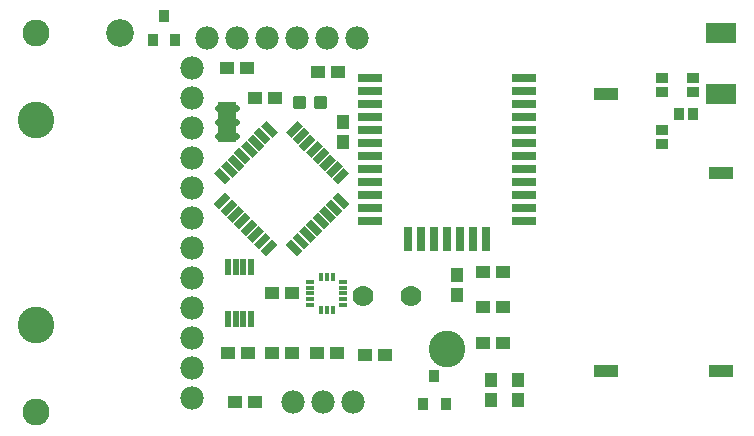
<source format=gts>
G75*
%MOIN*%
%OFA0B0*%
%FSLAX25Y25*%
%IPPOS*%
%LPD*%
%AMOC8*
5,1,8,0,0,1.08239X$1,22.5*
%
%ADD10C,0.12211*%
%ADD11R,0.04731X0.04337*%
%ADD12C,0.01301*%
%ADD13C,0.07800*%
%ADD14R,0.04337X0.04731*%
%ADD15R,0.05400X0.02600*%
%ADD16R,0.02600X0.05400*%
%ADD17R,0.03156X0.01502*%
%ADD18R,0.01502X0.03156*%
%ADD19C,0.02172*%
%ADD20R,0.06040X0.13760*%
%ADD21R,0.08274X0.03156*%
%ADD22R,0.03156X0.08274*%
%ADD23R,0.03746X0.03943*%
%ADD24R,0.03943X0.03746*%
%ADD25C,0.07000*%
%ADD26R,0.03550X0.04337*%
%ADD27R,0.08077X0.04337*%
%ADD28R,0.10243X0.06699*%
%ADD29C,0.09000*%
%ADD30C,0.09258*%
%ADD31R,0.03550X0.03943*%
%ADD32R,0.02000X0.05800*%
D10*
X0036933Y0041815D03*
X0036933Y0110004D03*
X0173941Y0033783D03*
D11*
X0185949Y0035752D03*
X0192642Y0035752D03*
X0192642Y0047563D03*
X0185949Y0047563D03*
X0185949Y0059374D03*
X0192642Y0059374D03*
X0153272Y0031815D03*
X0146579Y0031815D03*
X0137051Y0032209D03*
X0130358Y0032209D03*
X0122051Y0032209D03*
X0115358Y0032209D03*
X0107602Y0032209D03*
X0100909Y0032209D03*
X0103272Y0016067D03*
X0109965Y0016067D03*
X0115358Y0052209D03*
X0122051Y0052209D03*
X0116539Y0117209D03*
X0109846Y0117209D03*
X0107051Y0127209D03*
X0100358Y0127209D03*
X0130831Y0125909D03*
X0137524Y0125909D03*
D12*
X0130088Y0117309D02*
X0130088Y0114273D01*
X0130088Y0117309D02*
X0133124Y0117309D01*
X0133124Y0114273D01*
X0130088Y0114273D01*
X0130088Y0115573D02*
X0133124Y0115573D01*
X0133124Y0116873D02*
X0130088Y0116873D01*
X0123183Y0117309D02*
X0123183Y0114273D01*
X0123183Y0117309D02*
X0126219Y0117309D01*
X0126219Y0114273D01*
X0123183Y0114273D01*
X0123183Y0115573D02*
X0126219Y0115573D01*
X0126219Y0116873D02*
X0123183Y0116873D01*
D13*
X0123705Y0137209D03*
X0133705Y0137209D03*
X0143705Y0137209D03*
X0113705Y0137209D03*
X0103705Y0137209D03*
X0093705Y0137209D03*
X0088705Y0127209D03*
X0088705Y0117209D03*
X0088705Y0107209D03*
X0088705Y0097209D03*
X0088705Y0087209D03*
X0088705Y0077209D03*
X0088705Y0067209D03*
X0088705Y0057209D03*
X0088705Y0047209D03*
X0088705Y0037209D03*
X0088705Y0027209D03*
X0088705Y0017209D03*
X0122366Y0016067D03*
X0132366Y0016067D03*
X0142366Y0016067D03*
D14*
X0188508Y0016657D03*
X0197563Y0016657D03*
X0197563Y0023350D03*
X0188508Y0023350D03*
X0177091Y0051697D03*
X0177091Y0058390D03*
X0139335Y0102799D03*
X0139335Y0109492D03*
D15*
G36*
X0115538Y0104126D02*
X0111721Y0107943D01*
X0113560Y0109782D01*
X0117377Y0105965D01*
X0115538Y0104126D01*
G37*
G36*
X0113311Y0101899D02*
X0109494Y0105716D01*
X0111333Y0107555D01*
X0115150Y0103738D01*
X0113311Y0101899D01*
G37*
G36*
X0111084Y0099671D02*
X0107267Y0103488D01*
X0109106Y0105327D01*
X0112923Y0101510D01*
X0111084Y0099671D01*
G37*
G36*
X0108857Y0097444D02*
X0105040Y0101261D01*
X0106879Y0103100D01*
X0110696Y0099283D01*
X0108857Y0097444D01*
G37*
G36*
X0106630Y0095217D02*
X0102813Y0099034D01*
X0104652Y0100873D01*
X0108469Y0097056D01*
X0106630Y0095217D01*
G37*
G36*
X0104403Y0092990D02*
X0100586Y0096807D01*
X0102425Y0098646D01*
X0106242Y0094829D01*
X0104403Y0092990D01*
G37*
G36*
X0102176Y0090763D02*
X0098359Y0094580D01*
X0100198Y0096419D01*
X0104015Y0092602D01*
X0102176Y0090763D01*
G37*
G36*
X0099949Y0088536D02*
X0096132Y0092353D01*
X0097971Y0094192D01*
X0101788Y0090375D01*
X0099949Y0088536D01*
G37*
G36*
X0128303Y0069090D02*
X0124486Y0072907D01*
X0126325Y0074746D01*
X0130142Y0070929D01*
X0128303Y0069090D01*
G37*
G36*
X0126076Y0066863D02*
X0122259Y0070680D01*
X0124098Y0072519D01*
X0127915Y0068702D01*
X0126076Y0066863D01*
G37*
G36*
X0123849Y0064636D02*
X0120032Y0068453D01*
X0121871Y0070292D01*
X0125688Y0066475D01*
X0123849Y0064636D01*
G37*
G36*
X0130530Y0071317D02*
X0126713Y0075134D01*
X0128552Y0076973D01*
X0132369Y0073156D01*
X0130530Y0071317D01*
G37*
G36*
X0132757Y0073544D02*
X0128940Y0077361D01*
X0130779Y0079200D01*
X0134596Y0075383D01*
X0132757Y0073544D01*
G37*
G36*
X0134984Y0075771D02*
X0131167Y0079588D01*
X0133006Y0081427D01*
X0136823Y0077610D01*
X0134984Y0075771D01*
G37*
G36*
X0137212Y0077998D02*
X0133395Y0081815D01*
X0135234Y0083654D01*
X0139051Y0079837D01*
X0137212Y0077998D01*
G37*
G36*
X0139439Y0080225D02*
X0135622Y0084042D01*
X0137461Y0085881D01*
X0141278Y0082064D01*
X0139439Y0080225D01*
G37*
D16*
G36*
X0137461Y0088536D02*
X0135622Y0090375D01*
X0139439Y0094192D01*
X0141278Y0092353D01*
X0137461Y0088536D01*
G37*
G36*
X0135234Y0090763D02*
X0133395Y0092602D01*
X0137212Y0096419D01*
X0139051Y0094580D01*
X0135234Y0090763D01*
G37*
G36*
X0133006Y0092990D02*
X0131167Y0094829D01*
X0134984Y0098646D01*
X0136823Y0096807D01*
X0133006Y0092990D01*
G37*
G36*
X0130779Y0095217D02*
X0128940Y0097056D01*
X0132757Y0100873D01*
X0134596Y0099034D01*
X0130779Y0095217D01*
G37*
G36*
X0128552Y0097444D02*
X0126713Y0099283D01*
X0130530Y0103100D01*
X0132369Y0101261D01*
X0128552Y0097444D01*
G37*
G36*
X0126325Y0099671D02*
X0124486Y0101510D01*
X0128303Y0105327D01*
X0130142Y0103488D01*
X0126325Y0099671D01*
G37*
G36*
X0124098Y0101899D02*
X0122259Y0103738D01*
X0126076Y0107555D01*
X0127915Y0105716D01*
X0124098Y0101899D01*
G37*
G36*
X0121871Y0104126D02*
X0120032Y0105965D01*
X0123849Y0109782D01*
X0125688Y0107943D01*
X0121871Y0104126D01*
G37*
G36*
X0097971Y0080225D02*
X0096132Y0082064D01*
X0099949Y0085881D01*
X0101788Y0084042D01*
X0097971Y0080225D01*
G37*
G36*
X0100198Y0077998D02*
X0098359Y0079837D01*
X0102176Y0083654D01*
X0104015Y0081815D01*
X0100198Y0077998D01*
G37*
G36*
X0102425Y0075771D02*
X0100586Y0077610D01*
X0104403Y0081427D01*
X0106242Y0079588D01*
X0102425Y0075771D01*
G37*
G36*
X0104652Y0073544D02*
X0102813Y0075383D01*
X0106630Y0079200D01*
X0108469Y0077361D01*
X0104652Y0073544D01*
G37*
G36*
X0106879Y0071317D02*
X0105040Y0073156D01*
X0108857Y0076973D01*
X0110696Y0075134D01*
X0106879Y0071317D01*
G37*
G36*
X0109106Y0069090D02*
X0107267Y0070929D01*
X0111084Y0074746D01*
X0112923Y0072907D01*
X0109106Y0069090D01*
G37*
G36*
X0111333Y0066863D02*
X0109494Y0068702D01*
X0113311Y0072519D01*
X0115150Y0070680D01*
X0111333Y0066863D01*
G37*
G36*
X0113560Y0064636D02*
X0111721Y0066475D01*
X0115538Y0070292D01*
X0117377Y0068453D01*
X0113560Y0064636D01*
G37*
D17*
X0128193Y0056146D03*
X0128193Y0054177D03*
X0128193Y0052209D03*
X0128193Y0050240D03*
X0128193Y0048272D03*
X0139217Y0048272D03*
X0139217Y0050240D03*
X0139217Y0052209D03*
X0139217Y0054177D03*
X0139217Y0056146D03*
D18*
X0135673Y0057720D03*
X0133705Y0057720D03*
X0131736Y0057720D03*
X0131736Y0046697D03*
X0133705Y0046697D03*
X0135673Y0046697D03*
D19*
X0103340Y0104571D02*
X0097612Y0104571D01*
X0097612Y0109295D02*
X0103340Y0109295D01*
X0103340Y0114020D02*
X0097612Y0114020D01*
D20*
X0100486Y0109285D03*
D21*
X0148232Y0110949D03*
X0148232Y0106618D03*
X0148232Y0102287D03*
X0148232Y0097957D03*
X0148232Y0093626D03*
X0148232Y0089295D03*
X0148232Y0084965D03*
X0148232Y0080634D03*
X0148232Y0076303D03*
X0199413Y0076303D03*
X0199413Y0080634D03*
X0199413Y0084965D03*
X0199413Y0089295D03*
X0199413Y0093626D03*
X0199413Y0097957D03*
X0199413Y0102287D03*
X0199413Y0106618D03*
X0199413Y0110949D03*
X0199413Y0115280D03*
X0199413Y0119610D03*
X0199413Y0123941D03*
X0148232Y0123941D03*
X0148232Y0119610D03*
X0148232Y0115280D03*
D22*
X0160831Y0070398D03*
X0165161Y0070398D03*
X0169492Y0070398D03*
X0173823Y0070398D03*
X0178154Y0070398D03*
X0182484Y0070398D03*
X0186815Y0070398D03*
D23*
X0251185Y0112130D03*
X0255752Y0112130D03*
D24*
X0255831Y0119295D03*
X0255831Y0123862D03*
X0245594Y0123862D03*
X0245594Y0119295D03*
X0245594Y0106539D03*
X0245594Y0101972D03*
D25*
X0161736Y0051500D03*
X0145988Y0051500D03*
D26*
X0169610Y0024728D03*
X0165870Y0015280D03*
X0173350Y0015280D03*
D27*
X0226697Y0026303D03*
X0265280Y0026303D03*
X0265280Y0092445D03*
X0226697Y0118823D03*
D28*
X0265280Y0118823D03*
X0265280Y0138902D03*
D29*
X0036933Y0012661D03*
X0036933Y0139157D03*
D30*
X0064925Y0139157D03*
D31*
X0075713Y0136539D03*
X0083193Y0136539D03*
X0079453Y0144807D03*
D32*
X0100811Y0060887D03*
X0103370Y0060887D03*
X0105929Y0060887D03*
X0108488Y0060887D03*
X0108488Y0043687D03*
X0105929Y0043687D03*
X0103370Y0043687D03*
X0100811Y0043687D03*
M02*

</source>
